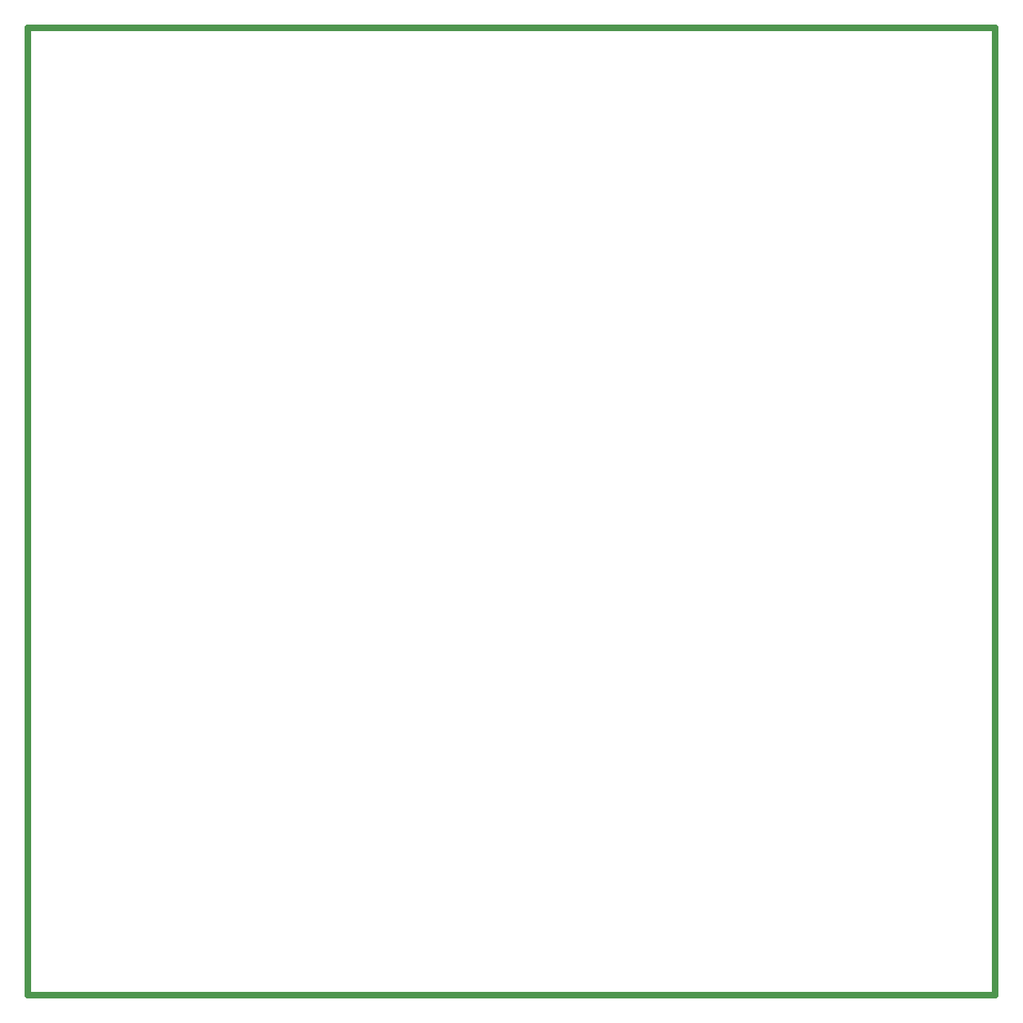
<source format=gm1>
%TF.GenerationSoftware,KiCad,Pcbnew,(5.1.10)-1*%
%TF.CreationDate,2021-10-14T01:54:17+08:00*%
%TF.ProjectId,cc1310,63633133-3130-42e6-9b69-6361645f7063,rev?*%
%TF.SameCoordinates,Original*%
%TF.FileFunction,Profile,NP*%
%FSLAX46Y46*%
G04 Gerber Fmt 4.6, Leading zero omitted, Abs format (unit mm)*
G04 Created by KiCad (PCBNEW (5.1.10)-1) date 2021-10-14 01:54:17*
%MOMM*%
%LPD*%
G01*
G04 APERTURE LIST*
%TA.AperFunction,Profile*%
%ADD10C,0.700000*%
%TD*%
G04 APERTURE END LIST*
D10*
X100000000Y-30000000D02*
X100000000Y-130000000D01*
X200000000Y-30000000D02*
X100000000Y-30000000D01*
X200000000Y-130000000D02*
X200000000Y-30000000D01*
X100000000Y-130000000D02*
X200000000Y-130000000D01*
M02*

</source>
